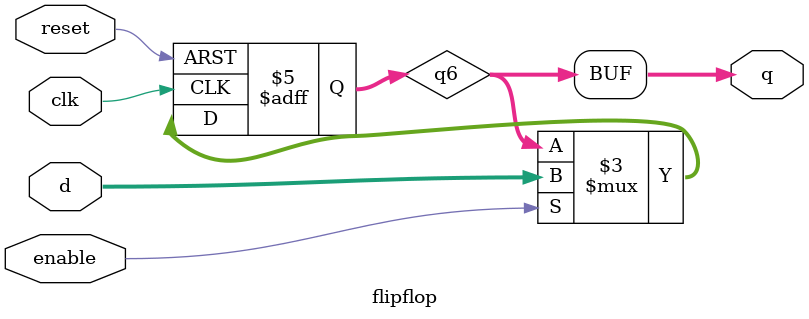
<source format=v>
module flipflop#(
	parameter WIDTH = 32
)
(
	input [WIDTH-1:0] d,
	input clk,
	input reset,
	input enable,
	output [WIDTH-1:0] q
);
	reg [WIDTH-1:0] q6;
always @(posedge clk or negedge reset) begin
	if (!reset)
		q6 <= 0;
	else if(enable)
		q6 <= d;
	end
	assign q = q6;
endmodule 	

</source>
